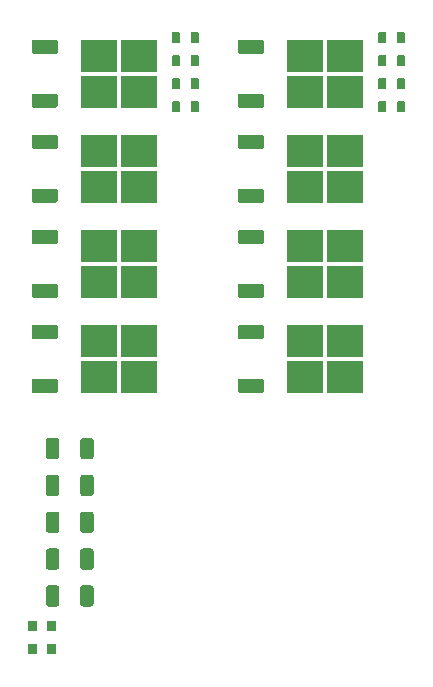
<source format=gtp>
G04 #@! TF.GenerationSoftware,KiCad,Pcbnew,8.0.9-8.0.9-0~ubuntu24.04.1*
G04 #@! TF.CreationDate,2025-02-19T21:10:22+00:00*
G04 #@! TF.ProjectId,rusefiSTI2004,72757365-6669-4535-9449-323030342e6b,rev?*
G04 #@! TF.SameCoordinates,Original*
G04 #@! TF.FileFunction,Paste,Top*
G04 #@! TF.FilePolarity,Positive*
%FSLAX46Y46*%
G04 Gerber Fmt 4.6, Leading zero omitted, Abs format (unit mm)*
G04 Created by KiCad (PCBNEW 8.0.9-8.0.9-0~ubuntu24.04.1) date 2025-02-19 21:10:22*
%MOMM*%
%LPD*%
G01*
G04 APERTURE LIST*
%ADD10R,3.050000X2.750000*%
%ADD11O,0.000001X0.000001*%
G04 APERTURE END LIST*
G04 #@! TO.C,R6*
G36*
G01*
X105275000Y97311267D02*
X105275000Y98091267D01*
G75*
G02*
X105345000Y98161267I70000J0D01*
G01*
X105905000Y98161267D01*
G75*
G02*
X105975000Y98091267I0J-70000D01*
G01*
X105975000Y97311267D01*
G75*
G02*
X105905000Y97241267I-70000J0D01*
G01*
X105345000Y97241267D01*
G75*
G02*
X105275000Y97311267I0J70000D01*
G01*
G37*
G36*
G01*
X106875000Y97311267D02*
X106875000Y98091267D01*
G75*
G02*
X106945000Y98161267I70000J0D01*
G01*
X107505000Y98161267D01*
G75*
G02*
X107575000Y98091267I0J-70000D01*
G01*
X107575000Y97311267D01*
G75*
G02*
X107505000Y97241267I-70000J0D01*
G01*
X106945000Y97241267D01*
G75*
G02*
X106875000Y97311267I0J70000D01*
G01*
G37*
G04 #@! TD*
D10*
G04 #@! TO.C,Q2*
X99125000Y93975000D03*
X99125000Y90925000D03*
X102475000Y93975000D03*
X102475000Y90925000D03*
G36*
G01*
X93400000Y94250000D02*
X93400000Y95210000D01*
G75*
G02*
X93520000Y95330000I120000J0D01*
G01*
X95480000Y95330000D01*
G75*
G02*
X95600000Y95210000I0J-120000D01*
G01*
X95600000Y94250000D01*
G75*
G02*
X95480000Y94130000I-120000J0D01*
G01*
X93520000Y94130000D01*
G75*
G02*
X93400000Y94250000I0J120000D01*
G01*
G37*
G36*
G01*
X93400000Y89690000D02*
X93400000Y90650000D01*
G75*
G02*
X93520000Y90770000I120000J0D01*
G01*
X95480000Y90770000D01*
G75*
G02*
X95600000Y90650000I0J-120000D01*
G01*
X95600000Y89690000D01*
G75*
G02*
X95480000Y89570000I-120000J0D01*
G01*
X93520000Y89570000D01*
G75*
G02*
X93400000Y89690000I0J120000D01*
G01*
G37*
G04 #@! TD*
G04 #@! TO.C,F2*
G36*
G01*
X95529990Y64745000D02*
X94839990Y64745000D01*
G75*
G02*
X94609990Y64975000I0J230000D01*
G01*
X94609990Y66315000D01*
G75*
G02*
X94839990Y66545000I230000J0D01*
G01*
X95529990Y66545000D01*
G75*
G02*
X95759990Y66315000I0J-230000D01*
G01*
X95759990Y64975000D01*
G75*
G02*
X95529990Y64745000I-230000J0D01*
G01*
G37*
G36*
G01*
X98430010Y64745000D02*
X97740010Y64745000D01*
G75*
G02*
X97510010Y64975000I0J230000D01*
G01*
X97510010Y66315000D01*
G75*
G02*
X97740010Y66545000I230000J0D01*
G01*
X98430010Y66545000D01*
G75*
G02*
X98660010Y66315000I0J-230000D01*
G01*
X98660010Y64975000D01*
G75*
G02*
X98430010Y64745000I-230000J0D01*
G01*
G37*
G04 #@! TD*
G04 #@! TO.C,R8*
G36*
G01*
X122725000Y101209359D02*
X122725000Y101989359D01*
G75*
G02*
X122795000Y102059359I70000J0D01*
G01*
X123355000Y102059359D01*
G75*
G02*
X123425000Y101989359I0J-70000D01*
G01*
X123425000Y101209359D01*
G75*
G02*
X123355000Y101139359I-70000J0D01*
G01*
X122795000Y101139359D01*
G75*
G02*
X122725000Y101209359I0J70000D01*
G01*
G37*
G36*
G01*
X124325000Y101209359D02*
X124325000Y101989359D01*
G75*
G02*
X124395000Y102059359I70000J0D01*
G01*
X124955000Y102059359D01*
G75*
G02*
X125025000Y101989359I0J-70000D01*
G01*
X125025000Y101209359D01*
G75*
G02*
X124955000Y101139359I-70000J0D01*
G01*
X124395000Y101139359D01*
G75*
G02*
X124325000Y101209359I0J70000D01*
G01*
G37*
G04 #@! TD*
G04 #@! TO.C,R2*
G36*
G01*
X93125000Y51409359D02*
X93125000Y52189359D01*
G75*
G02*
X93195000Y52259359I70000J0D01*
G01*
X93755000Y52259359D01*
G75*
G02*
X93825000Y52189359I0J-70000D01*
G01*
X93825000Y51409359D01*
G75*
G02*
X93755000Y51339359I-70000J0D01*
G01*
X93195000Y51339359D01*
G75*
G02*
X93125000Y51409359I0J70000D01*
G01*
G37*
G36*
G01*
X94725000Y51409359D02*
X94725000Y52189359D01*
G75*
G02*
X94795000Y52259359I70000J0D01*
G01*
X95355000Y52259359D01*
G75*
G02*
X95425000Y52189359I0J-70000D01*
G01*
X95425000Y51409359D01*
G75*
G02*
X95355000Y51339359I-70000J0D01*
G01*
X94795000Y51339359D01*
G75*
G02*
X94725000Y51409359I0J70000D01*
G01*
G37*
G04 #@! TD*
G04 #@! TO.C,F3*
G36*
G01*
X95529990Y61625000D02*
X94839990Y61625000D01*
G75*
G02*
X94609990Y61855000I0J230000D01*
G01*
X94609990Y63195000D01*
G75*
G02*
X94839990Y63425000I230000J0D01*
G01*
X95529990Y63425000D01*
G75*
G02*
X95759990Y63195000I0J-230000D01*
G01*
X95759990Y61855000D01*
G75*
G02*
X95529990Y61625000I-230000J0D01*
G01*
G37*
G36*
G01*
X98430010Y61625000D02*
X97740010Y61625000D01*
G75*
G02*
X97510010Y61855000I0J230000D01*
G01*
X97510010Y63195000D01*
G75*
G02*
X97740010Y63425000I230000J0D01*
G01*
X98430010Y63425000D01*
G75*
G02*
X98660010Y63195000I0J-230000D01*
G01*
X98660010Y61855000D01*
G75*
G02*
X98430010Y61625000I-230000J0D01*
G01*
G37*
G04 #@! TD*
G04 #@! TO.C,R5*
G36*
G01*
X105275000Y99260313D02*
X105275000Y100040313D01*
G75*
G02*
X105345000Y100110313I70000J0D01*
G01*
X105905000Y100110313D01*
G75*
G02*
X105975000Y100040313I0J-70000D01*
G01*
X105975000Y99260313D01*
G75*
G02*
X105905000Y99190313I-70000J0D01*
G01*
X105345000Y99190313D01*
G75*
G02*
X105275000Y99260313I0J70000D01*
G01*
G37*
G36*
G01*
X106875000Y99260313D02*
X106875000Y100040313D01*
G75*
G02*
X106945000Y100110313I70000J0D01*
G01*
X107505000Y100110313D01*
G75*
G02*
X107575000Y100040313I0J-70000D01*
G01*
X107575000Y99260313D01*
G75*
G02*
X107505000Y99190313I-70000J0D01*
G01*
X106945000Y99190313D01*
G75*
G02*
X106875000Y99260313I0J70000D01*
G01*
G37*
G04 #@! TD*
G04 #@! TO.C,Q4*
X99125000Y77875000D03*
X99125000Y74825000D03*
X102475000Y77875000D03*
X102475000Y74825000D03*
G36*
G01*
X93400000Y78150000D02*
X93400000Y79110000D01*
G75*
G02*
X93520000Y79230000I120000J0D01*
G01*
X95480000Y79230000D01*
G75*
G02*
X95600000Y79110000I0J-120000D01*
G01*
X95600000Y78150000D01*
G75*
G02*
X95480000Y78030000I-120000J0D01*
G01*
X93520000Y78030000D01*
G75*
G02*
X93400000Y78150000I0J120000D01*
G01*
G37*
G36*
G01*
X93400000Y73590000D02*
X93400000Y74550000D01*
G75*
G02*
X93520000Y74670000I120000J0D01*
G01*
X95480000Y74670000D01*
G75*
G02*
X95600000Y74550000I0J-120000D01*
G01*
X95600000Y73590000D01*
G75*
G02*
X95480000Y73470000I-120000J0D01*
G01*
X93520000Y73470000D01*
G75*
G02*
X93400000Y73590000I0J120000D01*
G01*
G37*
G04 #@! TD*
D11*
G04 #@! TO.C,M4*
X107769999Y63013329D03*
G04 #@! TD*
D10*
G04 #@! TO.C,Q7*
X116575000Y85925000D03*
X116575000Y82875000D03*
X119925000Y85925000D03*
X119925000Y82875000D03*
G36*
G01*
X110850000Y86200000D02*
X110850000Y87160000D01*
G75*
G02*
X110970000Y87280000I120000J0D01*
G01*
X112930000Y87280000D01*
G75*
G02*
X113050000Y87160000I0J-120000D01*
G01*
X113050000Y86200000D01*
G75*
G02*
X112930000Y86080000I-120000J0D01*
G01*
X110970000Y86080000D01*
G75*
G02*
X110850000Y86200000I0J120000D01*
G01*
G37*
G36*
G01*
X110850000Y81640000D02*
X110850000Y82600000D01*
G75*
G02*
X110970000Y82720000I120000J0D01*
G01*
X112930000Y82720000D01*
G75*
G02*
X113050000Y82600000I0J-120000D01*
G01*
X113050000Y81640000D01*
G75*
G02*
X112930000Y81520000I-120000J0D01*
G01*
X110970000Y81520000D01*
G75*
G02*
X110850000Y81640000I0J120000D01*
G01*
G37*
G04 #@! TD*
G04 #@! TO.C,Q1*
X99125000Y102025000D03*
X99125000Y98975000D03*
X102475000Y102025000D03*
X102475000Y98975000D03*
G36*
G01*
X93400000Y102300000D02*
X93400000Y103260000D01*
G75*
G02*
X93520000Y103380000I120000J0D01*
G01*
X95480000Y103380000D01*
G75*
G02*
X95600000Y103260000I0J-120000D01*
G01*
X95600000Y102300000D01*
G75*
G02*
X95480000Y102180000I-120000J0D01*
G01*
X93520000Y102180000D01*
G75*
G02*
X93400000Y102300000I0J120000D01*
G01*
G37*
G36*
G01*
X93400000Y97740000D02*
X93400000Y98700000D01*
G75*
G02*
X93520000Y98820000I120000J0D01*
G01*
X95480000Y98820000D01*
G75*
G02*
X95600000Y98700000I0J-120000D01*
G01*
X95600000Y97740000D01*
G75*
G02*
X95480000Y97620000I-120000J0D01*
G01*
X93520000Y97620000D01*
G75*
G02*
X93400000Y97740000I0J120000D01*
G01*
G37*
G04 #@! TD*
G04 #@! TO.C,Q3*
X99125000Y85925000D03*
X99125000Y82875000D03*
X102475000Y85925000D03*
X102475000Y82875000D03*
G36*
G01*
X93400000Y86200000D02*
X93400000Y87160000D01*
G75*
G02*
X93520000Y87280000I120000J0D01*
G01*
X95480000Y87280000D01*
G75*
G02*
X95600000Y87160000I0J-120000D01*
G01*
X95600000Y86200000D01*
G75*
G02*
X95480000Y86080000I-120000J0D01*
G01*
X93520000Y86080000D01*
G75*
G02*
X93400000Y86200000I0J120000D01*
G01*
G37*
G36*
G01*
X93400000Y81640000D02*
X93400000Y82600000D01*
G75*
G02*
X93520000Y82720000I120000J0D01*
G01*
X95480000Y82720000D01*
G75*
G02*
X95600000Y82600000I0J-120000D01*
G01*
X95600000Y81640000D01*
G75*
G02*
X95480000Y81520000I-120000J0D01*
G01*
X93520000Y81520000D01*
G75*
G02*
X93400000Y81640000I0J120000D01*
G01*
G37*
G04 #@! TD*
G04 #@! TO.C,R9*
G36*
G01*
X122725000Y99260313D02*
X122725000Y100040313D01*
G75*
G02*
X122795000Y100110313I70000J0D01*
G01*
X123355000Y100110313D01*
G75*
G02*
X123425000Y100040313I0J-70000D01*
G01*
X123425000Y99260313D01*
G75*
G02*
X123355000Y99190313I-70000J0D01*
G01*
X122795000Y99190313D01*
G75*
G02*
X122725000Y99260313I0J70000D01*
G01*
G37*
G36*
G01*
X124325000Y99260313D02*
X124325000Y100040313D01*
G75*
G02*
X124395000Y100110313I70000J0D01*
G01*
X124955000Y100110313D01*
G75*
G02*
X125025000Y100040313I0J-70000D01*
G01*
X125025000Y99260313D01*
G75*
G02*
X124955000Y99190313I-70000J0D01*
G01*
X124395000Y99190313D01*
G75*
G02*
X124325000Y99260313I0J70000D01*
G01*
G37*
G04 #@! TD*
G04 #@! TO.C,Q5*
X116575000Y102025000D03*
X116575000Y98975000D03*
X119925000Y102025000D03*
X119925000Y98975000D03*
G36*
G01*
X110850000Y102300000D02*
X110850000Y103260000D01*
G75*
G02*
X110970000Y103380000I120000J0D01*
G01*
X112930000Y103380000D01*
G75*
G02*
X113050000Y103260000I0J-120000D01*
G01*
X113050000Y102300000D01*
G75*
G02*
X112930000Y102180000I-120000J0D01*
G01*
X110970000Y102180000D01*
G75*
G02*
X110850000Y102300000I0J120000D01*
G01*
G37*
G36*
G01*
X110850000Y97740000D02*
X110850000Y98700000D01*
G75*
G02*
X110970000Y98820000I120000J0D01*
G01*
X112930000Y98820000D01*
G75*
G02*
X113050000Y98700000I0J-120000D01*
G01*
X113050000Y97740000D01*
G75*
G02*
X112930000Y97620000I-120000J0D01*
G01*
X110970000Y97620000D01*
G75*
G02*
X110850000Y97740000I0J120000D01*
G01*
G37*
G04 #@! TD*
G04 #@! TO.C,Q8*
X116575000Y77875000D03*
X116575000Y74825000D03*
X119925000Y77875000D03*
X119925000Y74825000D03*
G36*
G01*
X110850000Y78150000D02*
X110850000Y79110000D01*
G75*
G02*
X110970000Y79230000I120000J0D01*
G01*
X112930000Y79230000D01*
G75*
G02*
X113050000Y79110000I0J-120000D01*
G01*
X113050000Y78150000D01*
G75*
G02*
X112930000Y78030000I-120000J0D01*
G01*
X110970000Y78030000D01*
G75*
G02*
X110850000Y78150000I0J120000D01*
G01*
G37*
G36*
G01*
X110850000Y73590000D02*
X110850000Y74550000D01*
G75*
G02*
X110970000Y74670000I120000J0D01*
G01*
X112930000Y74670000D01*
G75*
G02*
X113050000Y74550000I0J-120000D01*
G01*
X113050000Y73590000D01*
G75*
G02*
X112930000Y73470000I-120000J0D01*
G01*
X110970000Y73470000D01*
G75*
G02*
X110850000Y73590000I0J120000D01*
G01*
G37*
G04 #@! TD*
G04 #@! TO.C,R10*
G36*
G01*
X122725000Y97311267D02*
X122725000Y98091267D01*
G75*
G02*
X122795000Y98161267I70000J0D01*
G01*
X123355000Y98161267D01*
G75*
G02*
X123425000Y98091267I0J-70000D01*
G01*
X123425000Y97311267D01*
G75*
G02*
X123355000Y97241267I-70000J0D01*
G01*
X122795000Y97241267D01*
G75*
G02*
X122725000Y97311267I0J70000D01*
G01*
G37*
G36*
G01*
X124325000Y97311267D02*
X124325000Y98091267D01*
G75*
G02*
X124395000Y98161267I70000J0D01*
G01*
X124955000Y98161267D01*
G75*
G02*
X125025000Y98091267I0J-70000D01*
G01*
X125025000Y97311267D01*
G75*
G02*
X124955000Y97241267I-70000J0D01*
G01*
X124395000Y97241267D01*
G75*
G02*
X124325000Y97311267I0J70000D01*
G01*
G37*
G04 #@! TD*
G04 #@! TO.C,R4*
G36*
G01*
X105275000Y101209359D02*
X105275000Y101989359D01*
G75*
G02*
X105345000Y102059359I70000J0D01*
G01*
X105905000Y102059359D01*
G75*
G02*
X105975000Y101989359I0J-70000D01*
G01*
X105975000Y101209359D01*
G75*
G02*
X105905000Y101139359I-70000J0D01*
G01*
X105345000Y101139359D01*
G75*
G02*
X105275000Y101209359I0J70000D01*
G01*
G37*
G36*
G01*
X106875000Y101209359D02*
X106875000Y101989359D01*
G75*
G02*
X106945000Y102059359I70000J0D01*
G01*
X107505000Y102059359D01*
G75*
G02*
X107575000Y101989359I0J-70000D01*
G01*
X107575000Y101209359D01*
G75*
G02*
X107505000Y101139359I-70000J0D01*
G01*
X106945000Y101139359D01*
G75*
G02*
X106875000Y101209359I0J70000D01*
G01*
G37*
G04 #@! TD*
G04 #@! TO.C,R1*
G36*
G01*
X93125000Y53358405D02*
X93125000Y54138405D01*
G75*
G02*
X93195000Y54208405I70000J0D01*
G01*
X93755000Y54208405D01*
G75*
G02*
X93825000Y54138405I0J-70000D01*
G01*
X93825000Y53358405D01*
G75*
G02*
X93755000Y53288405I-70000J0D01*
G01*
X93195000Y53288405D01*
G75*
G02*
X93125000Y53358405I0J70000D01*
G01*
G37*
G36*
G01*
X94725000Y53358405D02*
X94725000Y54138405D01*
G75*
G02*
X94795000Y54208405I70000J0D01*
G01*
X95355000Y54208405D01*
G75*
G02*
X95425000Y54138405I0J-70000D01*
G01*
X95425000Y53358405D01*
G75*
G02*
X95355000Y53288405I-70000J0D01*
G01*
X94795000Y53288405D01*
G75*
G02*
X94725000Y53358405I0J70000D01*
G01*
G37*
G04 #@! TD*
G04 #@! TO.C,R3*
G36*
G01*
X105275000Y103158405D02*
X105275000Y103938405D01*
G75*
G02*
X105345000Y104008405I70000J0D01*
G01*
X105905000Y104008405D01*
G75*
G02*
X105975000Y103938405I0J-70000D01*
G01*
X105975000Y103158405D01*
G75*
G02*
X105905000Y103088405I-70000J0D01*
G01*
X105345000Y103088405D01*
G75*
G02*
X105275000Y103158405I0J70000D01*
G01*
G37*
G36*
G01*
X106875000Y103158405D02*
X106875000Y103938405D01*
G75*
G02*
X106945000Y104008405I70000J0D01*
G01*
X107505000Y104008405D01*
G75*
G02*
X107575000Y103938405I0J-70000D01*
G01*
X107575000Y103158405D01*
G75*
G02*
X107505000Y103088405I-70000J0D01*
G01*
X106945000Y103088405D01*
G75*
G02*
X106875000Y103158405I0J70000D01*
G01*
G37*
G04 #@! TD*
G04 #@! TO.C,F4*
G36*
G01*
X95529990Y58505000D02*
X94839990Y58505000D01*
G75*
G02*
X94609990Y58735000I0J230000D01*
G01*
X94609990Y60075000D01*
G75*
G02*
X94839990Y60305000I230000J0D01*
G01*
X95529990Y60305000D01*
G75*
G02*
X95759990Y60075000I0J-230000D01*
G01*
X95759990Y58735000D01*
G75*
G02*
X95529990Y58505000I-230000J0D01*
G01*
G37*
G36*
G01*
X98430010Y58505000D02*
X97740010Y58505000D01*
G75*
G02*
X97510010Y58735000I0J230000D01*
G01*
X97510010Y60075000D01*
G75*
G02*
X97740010Y60305000I230000J0D01*
G01*
X98430010Y60305000D01*
G75*
G02*
X98660010Y60075000I0J-230000D01*
G01*
X98660010Y58735000D01*
G75*
G02*
X98430010Y58505000I-230000J0D01*
G01*
G37*
G04 #@! TD*
G04 #@! TO.C,Q6*
X116575000Y93975000D03*
X116575000Y90925000D03*
X119925000Y93975000D03*
X119925000Y90925000D03*
G36*
G01*
X110850000Y94250000D02*
X110850000Y95210000D01*
G75*
G02*
X110970000Y95330000I120000J0D01*
G01*
X112930000Y95330000D01*
G75*
G02*
X113050000Y95210000I0J-120000D01*
G01*
X113050000Y94250000D01*
G75*
G02*
X112930000Y94130000I-120000J0D01*
G01*
X110970000Y94130000D01*
G75*
G02*
X110850000Y94250000I0J120000D01*
G01*
G37*
G36*
G01*
X110850000Y89690000D02*
X110850000Y90650000D01*
G75*
G02*
X110970000Y90770000I120000J0D01*
G01*
X112930000Y90770000D01*
G75*
G02*
X113050000Y90650000I0J-120000D01*
G01*
X113050000Y89690000D01*
G75*
G02*
X112930000Y89570000I-120000J0D01*
G01*
X110970000Y89570000D01*
G75*
G02*
X110850000Y89690000I0J120000D01*
G01*
G37*
G04 #@! TD*
G04 #@! TO.C,F5*
G36*
G01*
X95529990Y55385000D02*
X94839990Y55385000D01*
G75*
G02*
X94609990Y55615000I0J230000D01*
G01*
X94609990Y56955000D01*
G75*
G02*
X94839990Y57185000I230000J0D01*
G01*
X95529990Y57185000D01*
G75*
G02*
X95759990Y56955000I0J-230000D01*
G01*
X95759990Y55615000D01*
G75*
G02*
X95529990Y55385000I-230000J0D01*
G01*
G37*
G36*
G01*
X98430010Y55385000D02*
X97740010Y55385000D01*
G75*
G02*
X97510010Y55615000I0J230000D01*
G01*
X97510010Y56955000D01*
G75*
G02*
X97740010Y57185000I230000J0D01*
G01*
X98430010Y57185000D01*
G75*
G02*
X98660010Y56955000I0J-230000D01*
G01*
X98660010Y55615000D01*
G75*
G02*
X98430010Y55385000I-230000J0D01*
G01*
G37*
G04 #@! TD*
G04 #@! TO.C,R7*
G36*
G01*
X122725000Y103158405D02*
X122725000Y103938405D01*
G75*
G02*
X122795000Y104008405I70000J0D01*
G01*
X123355000Y104008405D01*
G75*
G02*
X123425000Y103938405I0J-70000D01*
G01*
X123425000Y103158405D01*
G75*
G02*
X123355000Y103088405I-70000J0D01*
G01*
X122795000Y103088405D01*
G75*
G02*
X122725000Y103158405I0J70000D01*
G01*
G37*
G36*
G01*
X124325000Y103158405D02*
X124325000Y103938405D01*
G75*
G02*
X124395000Y104008405I70000J0D01*
G01*
X124955000Y104008405D01*
G75*
G02*
X125025000Y103938405I0J-70000D01*
G01*
X125025000Y103158405D01*
G75*
G02*
X124955000Y103088405I-70000J0D01*
G01*
X124395000Y103088405D01*
G75*
G02*
X124325000Y103158405I0J70000D01*
G01*
G37*
G04 #@! TD*
G04 #@! TO.C,F1*
G36*
G01*
X95529990Y67865000D02*
X94839990Y67865000D01*
G75*
G02*
X94609990Y68095000I0J230000D01*
G01*
X94609990Y69435000D01*
G75*
G02*
X94839990Y69665000I230000J0D01*
G01*
X95529990Y69665000D01*
G75*
G02*
X95759990Y69435000I0J-230000D01*
G01*
X95759990Y68095000D01*
G75*
G02*
X95529990Y67865000I-230000J0D01*
G01*
G37*
G36*
G01*
X98430010Y67865000D02*
X97740010Y67865000D01*
G75*
G02*
X97510010Y68095000I0J230000D01*
G01*
X97510010Y69435000D01*
G75*
G02*
X97740010Y69665000I230000J0D01*
G01*
X98430010Y69665000D01*
G75*
G02*
X98660010Y69435000I0J-230000D01*
G01*
X98660010Y68095000D01*
G75*
G02*
X98430010Y67865000I-230000J0D01*
G01*
G37*
G04 #@! TD*
M02*

</source>
